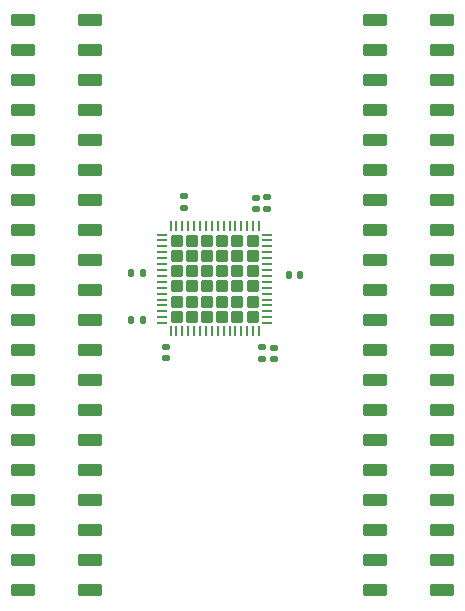
<source format=gbr>
G04 #@! TF.GenerationSoftware,KiCad,Pcbnew,7.0.9-7.0.9~ubuntu22.04.1*
G04 #@! TF.CreationDate,2023-12-06T13:17:01-05:00*
G04 #@! TF.ProjectId,caravel-breakout-qfn,63617261-7665-46c2-9d62-7265616b6f75,2.3*
G04 #@! TF.SameCoordinates,PX2dc6c00PY42c1d80*
G04 #@! TF.FileFunction,Paste,Top*
G04 #@! TF.FilePolarity,Positive*
%FSLAX46Y46*%
G04 Gerber Fmt 4.6, Leading zero omitted, Abs format (unit mm)*
G04 Created by KiCad (PCBNEW 7.0.9-7.0.9~ubuntu22.04.1) date 2023-12-06 13:17:01*
%MOMM*%
%LPD*%
G01*
G04 APERTURE LIST*
G04 Aperture macros list*
%AMRoundRect*
0 Rectangle with rounded corners*
0 $1 Rounding radius*
0 $2 $3 $4 $5 $6 $7 $8 $9 X,Y pos of 4 corners*
0 Add a 4 corners polygon primitive as box body*
4,1,4,$2,$3,$4,$5,$6,$7,$8,$9,$2,$3,0*
0 Add four circle primitives for the rounded corners*
1,1,$1+$1,$2,$3*
1,1,$1+$1,$4,$5*
1,1,$1+$1,$6,$7*
1,1,$1+$1,$8,$9*
0 Add four rect primitives between the rounded corners*
20,1,$1+$1,$2,$3,$4,$5,0*
20,1,$1+$1,$4,$5,$6,$7,0*
20,1,$1+$1,$6,$7,$8,$9,0*
20,1,$1+$1,$8,$9,$2,$3,0*%
G04 Aperture macros list end*
%ADD10RoundRect,0.250000X0.265000X0.265000X-0.265000X0.265000X-0.265000X-0.265000X0.265000X-0.265000X0*%
%ADD11RoundRect,0.062500X0.362500X0.062500X-0.362500X0.062500X-0.362500X-0.062500X0.362500X-0.062500X0*%
%ADD12RoundRect,0.062500X0.062500X0.362500X-0.062500X0.362500X-0.062500X-0.362500X0.062500X-0.362500X0*%
%ADD13RoundRect,0.140000X0.170000X-0.140000X0.170000X0.140000X-0.170000X0.140000X-0.170000X-0.140000X0*%
%ADD14RoundRect,0.140000X0.140000X0.170000X-0.140000X0.170000X-0.140000X-0.170000X0.140000X-0.170000X0*%
%ADD15RoundRect,0.140000X-0.170000X0.140000X-0.170000X-0.140000X0.170000X-0.140000X0.170000X0.140000X0*%
%ADD16RoundRect,0.102000X-0.898000X-0.408000X0.898000X-0.408000X0.898000X0.408000X-0.898000X0.408000X0*%
G04 APERTURE END LIST*
D10*
X24200000Y30420000D03*
X21640000Y29140000D03*
X17800000Y31700000D03*
X21640000Y30420000D03*
X19080000Y31700000D03*
X17800000Y27860000D03*
X19080000Y29140000D03*
X22920000Y29140000D03*
X19080000Y30420000D03*
X19080000Y27860000D03*
X20360000Y26580000D03*
X21640000Y31700000D03*
X19080000Y25300000D03*
X17800000Y29140000D03*
X19080000Y26580000D03*
X20360000Y30420000D03*
X17800000Y25300000D03*
X20360000Y27860000D03*
X17800000Y30420000D03*
X24200000Y26580000D03*
X22920000Y26580000D03*
X24200000Y27860000D03*
X22920000Y27860000D03*
X21640000Y27860000D03*
X22920000Y31700000D03*
X20360000Y29140000D03*
X24200000Y29140000D03*
X22920000Y30420000D03*
X24200000Y25300000D03*
X21640000Y25300000D03*
X24200000Y31700000D03*
X17800000Y26580000D03*
X20360000Y31700000D03*
X20360000Y25300000D03*
X22920000Y25300000D03*
X21640000Y26580000D03*
D11*
X25450000Y24750000D03*
X25450000Y25250000D03*
X25450000Y25750000D03*
X25450000Y26250000D03*
X25450000Y26750000D03*
X25450000Y27250000D03*
X25450000Y27750000D03*
X25450000Y28250000D03*
X25450000Y28750000D03*
X25450000Y29250000D03*
X25450000Y29750000D03*
X25450000Y30250000D03*
X25450000Y30750000D03*
X25450000Y31250000D03*
X25450000Y31750000D03*
X25450000Y32250000D03*
D12*
X24750000Y32950000D03*
X24250000Y32950000D03*
X23750000Y32950000D03*
X23250000Y32950000D03*
X22750000Y32950000D03*
X22250000Y32950000D03*
X21750000Y32950000D03*
X21250000Y32950000D03*
X20750000Y32950000D03*
X20250000Y32950000D03*
X19750000Y32950000D03*
X19250000Y32950000D03*
X18750000Y32950000D03*
X18250000Y32950000D03*
X17750000Y32950000D03*
X17250000Y32950000D03*
D11*
X16550000Y32250000D03*
X16550000Y31750000D03*
X16550000Y31250000D03*
X16550000Y30750000D03*
X16550000Y30250000D03*
X16550000Y29750000D03*
X16550000Y29250000D03*
X16550000Y28750000D03*
X16550000Y28250000D03*
X16550000Y27750000D03*
X16550000Y27250000D03*
X16550000Y26750000D03*
X16550000Y26250000D03*
X16550000Y25750000D03*
X16550000Y25250000D03*
X16550000Y24750000D03*
D12*
X17250000Y24050000D03*
X17750000Y24050000D03*
X18250000Y24050000D03*
X18750000Y24050000D03*
X19250000Y24050000D03*
X19750000Y24050000D03*
X20250000Y24050000D03*
X20750000Y24050000D03*
X21250000Y24050000D03*
X21750000Y24050000D03*
X22250000Y24050000D03*
X22750000Y24050000D03*
X23250000Y24050000D03*
X23750000Y24050000D03*
X24250000Y24050000D03*
X24750000Y24050000D03*
D13*
X25000000Y21740000D03*
X25000000Y22700000D03*
X16900000Y21770000D03*
X16900000Y22730000D03*
D14*
X14880000Y29000000D03*
X13920000Y29000000D03*
D15*
X25450000Y35400000D03*
X25450000Y34440000D03*
X24450000Y35380000D03*
X24450000Y34420000D03*
D13*
X18400000Y34520000D03*
X18400000Y35480000D03*
D14*
X28230000Y28850000D03*
X27270000Y28850000D03*
D16*
X34550000Y50380000D03*
X40250000Y50380000D03*
X34550000Y47840000D03*
X40250000Y47840000D03*
X34550000Y45300000D03*
X40250000Y45300000D03*
X34550000Y42760000D03*
X40250000Y42760000D03*
X34550000Y40220000D03*
X40250000Y40220000D03*
X34550000Y37680000D03*
X40250000Y37680000D03*
X34550000Y35140000D03*
X40250000Y35140000D03*
X34550000Y32600000D03*
X40250000Y32600000D03*
X34550000Y30060000D03*
X40250000Y30060000D03*
X34550000Y27520000D03*
X40250000Y27520000D03*
X34550000Y24980000D03*
X40250000Y24980000D03*
X34550000Y22440000D03*
X40250000Y22440000D03*
X34550000Y19900000D03*
X40250000Y19900000D03*
X34550000Y17360000D03*
X40250000Y17360000D03*
X34550000Y14820000D03*
X40250000Y14820000D03*
X34550000Y12280000D03*
X40250000Y12280000D03*
X34550000Y9740000D03*
X40250000Y9740000D03*
X34550000Y7200000D03*
X40250000Y7200000D03*
X34550000Y4660000D03*
X40250000Y4660000D03*
X34550000Y2120000D03*
X40250000Y2120000D03*
D13*
X26050000Y21720000D03*
X26050000Y22680000D03*
D14*
X14880000Y25000000D03*
X13920000Y25000000D03*
D16*
X4750000Y50380000D03*
X10450000Y50380000D03*
X4750000Y47840000D03*
X10450000Y47840000D03*
X4750000Y45300000D03*
X10450000Y45300000D03*
X4750000Y42760000D03*
X10450000Y42760000D03*
X4750000Y40220000D03*
X10450000Y40220000D03*
X4750000Y37680000D03*
X10450000Y37680000D03*
X4750000Y35140000D03*
X10450000Y35140000D03*
X4750000Y32600000D03*
X10450000Y32600000D03*
X4750000Y30060000D03*
X10450000Y30060000D03*
X4750000Y27520000D03*
X10450000Y27520000D03*
X4750000Y24980000D03*
X10450000Y24980000D03*
X4750000Y22440000D03*
X10450000Y22440000D03*
X4750000Y19900000D03*
X10450000Y19900000D03*
X4750000Y17360000D03*
X10450000Y17360000D03*
X4750000Y14820000D03*
X10450000Y14820000D03*
X4750000Y12280000D03*
X10450000Y12280000D03*
X4750000Y9740000D03*
X10450000Y9740000D03*
X4750000Y7200000D03*
X10450000Y7200000D03*
X4750000Y4660000D03*
X10450000Y4660000D03*
X4750000Y2120000D03*
X10450000Y2120000D03*
M02*

</source>
